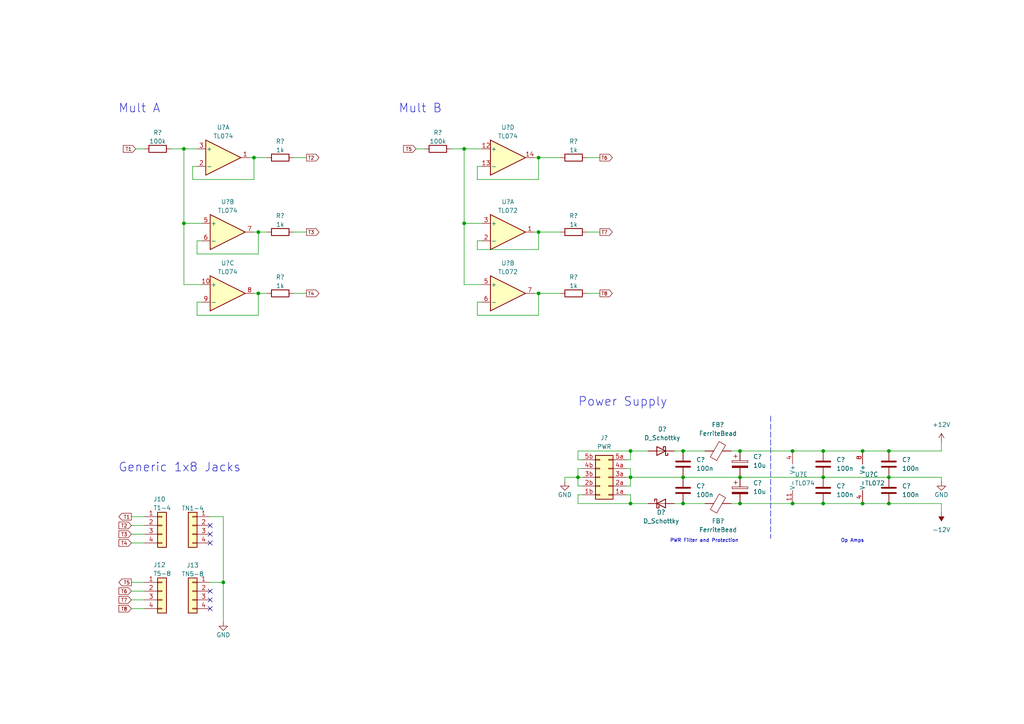
<source format=kicad_sch>
(kicad_sch (version 20211123) (generator eeschema)
  (paper "A4")
  (title_block (title "one4all Buffered Mult") (date "2023-01-08") (rev "1") (company "moPsy"))
  (lib_symbols
    (symbol "Amplifier_Operational:TL072" (pin_names (offset 0.127))
      (property "Reference" "U" (at 0 5.08 0))
      (property "Value" "TL072" (at 0 -5.08 0))
      (symbol "TL072_1_1"
        (polyline (pts (xy -5.08 5.08) (xy 5.08 0) (xy -5.08 -5.08) (xy -5.08 5.08)) (stroke (width 0.254)) (fill (type background)))
        (pin output line (at 7.62 0 180) (length 2.54) (name "~") (number "1"))
        (pin input line (at -7.62 -2.54 0) (length 2.54) (name "-") (number "2"))
        (pin input line (at -7.62 2.54 0) (length 2.54) (name "+") (number "3"))
      )
      (symbol "TL072_2_1"
        (polyline (pts (xy -5.08 5.08) (xy 5.08 0) (xy -5.08 -5.08) (xy -5.08 5.08)) (stroke (width 0.254)) (fill (type background)))
        (pin input line (at -7.62 2.54 0) (length 2.54) (name "+") (number "5"))
        (pin input line (at -7.62 -2.54 0) (length 2.54) (name "-") (number "6"))
        (pin output line (at 7.62 0 180) (length 2.54) (name "~") (number "7"))
      )
      (symbol "TL072_3_1"
        (pin power_in line (at -2.54 -7.62 90) (length 3.81) (name "V-") (number "4"))
        (pin power_in line (at -2.54 7.62 270) (length 3.81) (name "V+") (number "8"))
      )
    )
    (symbol "Amplifier_Operational:TL074" (pin_names (offset 0.127))
      (property "Reference" "U" (at 0 5.08 0))
      (property "Value" "TL074" (at 0 -5.08 0))
      (symbol "TL074_1_1"
        (polyline (pts (xy -5.08 5.08) (xy 5.08 0) (xy -5.08 -5.08) (xy -5.08 5.08)) (stroke (width 0.254)) (fill (type background)))
        (pin output line (at 7.62 0 180) (length 2.54) (name "~") (number "1"))
        (pin input line (at -7.62 -2.54 0) (length 2.54) (name "-") (number "2"))
        (pin input line (at -7.62 2.54 0) (length 2.54) (name "+") (number "3"))
      )
      (symbol "TL074_2_1"
        (polyline (pts (xy -5.08 5.08) (xy 5.08 0) (xy -5.08 -5.08) (xy -5.08 5.08)) (stroke (width 0.254)) (fill (type background)))
        (pin input line (at -7.62 2.54 0) (length 2.54) (name "+") (number "5"))
        (pin input line (at -7.62 -2.54 0) (length 2.54) (name "-") (number "6"))
        (pin output line (at 7.62 0 180) (length 2.54) (name "~") (number "7"))
      )
      (symbol "TL074_3_1"
        (polyline (pts (xy -5.08 5.08) (xy 5.08 0) (xy -5.08 -5.08) (xy -5.08 5.08)) (stroke (width 0.254)) (fill (type background)))
        (pin input line (at -7.62 2.54 0) (length 2.54) (name "+") (number "10"))
        (pin output line (at 7.62 0 180) (length 2.54) (name "~") (number "8"))
        (pin input line (at -7.62 -2.54 0) (length 2.54) (name "-") (number "9"))
      )
      (symbol "TL074_4_1"
        (polyline (pts (xy -5.08 5.08) (xy 5.08 0) (xy -5.08 -5.08) (xy -5.08 5.08)) (stroke (width 0.254)) (fill (type background)))
        (pin input line (at -7.62 2.54 0) (length 2.54) (name "+") (number "12"))
        (pin input line (at -7.62 -2.54 0) (length 2.54) (name "-") (number "13"))
        (pin output line (at 7.62 0 180) (length 2.54) (name "~") (number "14"))
      )
      (symbol "TL074_5_1"
        (pin power_in line (at -2.54 -7.62 90) (length 3.81) (name "V-") (number "11"))
        (pin power_in line (at -2.54 7.62 270) (length 3.81) (name "V+") (number "4"))
      )
    )
    (symbol "Connector_Generic:Conn_01x04" (pin_names (offset 1.016) hide)
      (property "Reference" "J" (at 0 5.08 0))
      (property "Value" "Conn_01x04" (at 0 -7.62 0))
      (symbol "Conn_01x04_1_1"
        (rectangle (start -1.27 -4.953) (end 0 -5.207) (stroke (width 0.1524)))
        (rectangle (start -1.27 -2.413) (end 0 -2.667) (stroke (width 0.1524)))
        (rectangle (start -1.27 0.127) (end 0 -0.127) (stroke (width 0.1524)))
        (rectangle (start -1.27 2.667) (end 0 2.413) (stroke (width 0.1524)))
        (rectangle (start -1.27 3.81) (end 1.27 -6.35) (stroke (width 0.254)) (fill (type background)))
        (pin passive line (at -5.08 2.54 0) (length 3.81) (name "Pin_1") (number "1"))
        (pin passive line (at -5.08 0 0) (length 3.81) (name "Pin_2") (number "2"))
        (pin passive line (at -5.08 -2.54 0) (length 3.81) (name "Pin_3") (number "3"))
        (pin passive line (at -5.08 -5.08 0) (length 3.81) (name "Pin_4") (number "4"))
      )
    )
    (symbol "Connector_Generic:Conn_02x05_Row_Letter_Last" (pin_names (offset 1.016) hide)
      (property "Reference" "J" (at 1.27 7.62 0))
      (property "Value" "Conn_02x05_Row_Letter_Last" (at 1.27 -7.62 0))
      (symbol "Conn_02x05_Row_Letter_Last_1_1"
        (rectangle (start -1.27 -4.953) (end 0 -5.207) (stroke (width 0.1524)))
        (rectangle (start -1.27 -2.413) (end 0 -2.667) (stroke (width 0.1524)))
        (rectangle (start -1.27 0.127) (end 0 -0.127) (stroke (width 0.1524)))
        (rectangle (start -1.27 2.667) (end 0 2.413) (stroke (width 0.1524)))
        (rectangle (start -1.27 5.207) (end 0 4.953) (stroke (width 0.1524)))
        (rectangle (start -1.27 6.35) (end 3.81 -6.35) (stroke (width 0.254)) (fill (type background)))
        (rectangle (start 3.81 -4.953) (end 2.54 -5.207) (stroke (width 0.1524)))
        (rectangle (start 3.81 -2.413) (end 2.54 -2.667) (stroke (width 0.1524)))
        (rectangle (start 3.81 0.127) (end 2.54 -0.127) (stroke (width 0.1524)))
        (rectangle (start 3.81 2.667) (end 2.54 2.413) (stroke (width 0.1524)))
        (rectangle (start 3.81 5.207) (end 2.54 4.953) (stroke (width 0.1524)))
        (pin passive line (at -5.08 5.08 0) (length 3.81) (name "Pin_1a") (number "1a"))
        (pin passive line (at 7.62 5.08 180) (length 3.81) (name "Pin_1b") (number "1b"))
        (pin passive line (at -5.08 2.54 0) (length 3.81) (name "Pin_2a") (number "2a"))
        (pin passive line (at 7.62 2.54 180) (length 3.81) (name "Pin_2b") (number "2b"))
        (pin passive line (at -5.08 0 0) (length 3.81) (name "Pin_3a") (number "3a"))
        (pin passive line (at 7.62 0 180) (length 3.81) (name "Pin_3b") (number "3b"))
        (pin passive line (at -5.08 -2.54 0) (length 3.81) (name "Pin_4a") (number "4a"))
        (pin passive line (at 7.62 -2.54 180) (length 3.81) (name "Pin_4b") (number "4b"))
        (pin passive line (at -5.08 -5.08 0) (length 3.81) (name "Pin_5a") (number "5a"))
        (pin passive line (at 7.62 -5.08 180) (length 3.81) (name "Pin_5b") (number "5b"))
      )
    )
    (symbol "Device:C" (pin_numbers hide) (pin_names (offset 0.254))
      (property "Reference" "C" (at 0.635 2.54 0))
      (property "Value" "C" (at 0.635 -2.54 0))
      (symbol "C_0_1"
        (polyline (pts (xy -2.032 -0.762) (xy 2.032 -0.762)) (stroke (width 0.508)))
        (polyline (pts (xy -2.032 0.762) (xy 2.032 0.762)) (stroke (width 0.508)))
      )
      (symbol "C_1_1"
        (pin passive line (at 0 3.81 270) (length 2.794) (name "~") (number "1"))
        (pin passive line (at 0 -3.81 90) (length 2.794) (name "~") (number "2"))
      )
    )
    (symbol "Device:C_Polarized" (pin_numbers hide) (pin_names (offset 0.254))
      (property "Reference" "C" (at 0.635 2.54 0))
      (property "Value" "C_Polarized" (at 0.635 -2.54 0))
      (symbol "C_Polarized_0_1"
        (rectangle (start -2.286 0.508) (end 2.286 1.016))
        (polyline (pts (xy -1.778 2.286) (xy -0.762 2.286)))
        (polyline (pts (xy -1.27 2.794) (xy -1.27 1.778)))
        (rectangle (start 2.286 -0.508) (end -2.286 -1.016) (fill (type outline)))
      )
      (symbol "C_Polarized_1_1"
        (pin passive line (at 0 3.81 270) (length 2.794) (name "~") (number "1"))
        (pin passive line (at 0 -3.81 90) (length 2.794) (name "~") (number "2"))
      )
    )
    (symbol "Device:D_Schottky" (pin_numbers hide) (pin_names (offset 1.016) hide)
      (property "Reference" "D" (at 0 2.54 0))
      (property "Value" "D_Schottky" (at 0 -2.54 0))
      (symbol "D_Schottky_0_1"
        (polyline (pts (xy 1.27 0) (xy -1.27 0)))
        (polyline (pts (xy 1.27 1.27) (xy 1.27 -1.27) (xy -1.27 0) (xy 1.27 1.27)) (stroke (width 0.254)))
        (polyline (pts (xy -1.905 0.635) (xy -1.905 1.27) (xy -1.27 1.27) (xy -1.27 -1.27) (xy -0.635 -1.27) (xy -0.635 -0.635)) (stroke (width 0.254)))
      )
      (symbol "D_Schottky_1_1"
        (pin passive line (at -3.81 0 0) (length 2.54) (name "K") (number "1"))
        (pin passive line (at 3.81 0 180) (length 2.54) (name "A") (number "2"))
      )
    )
    (symbol "Device:FerriteBead" (pin_numbers hide) (pin_names (offset 0))
      (property "Reference" "FB" (at -3.81 0.635 90))
      (property "Value" "FerriteBead" (at 3.81 0 90))
      (symbol "FerriteBead_0_1"
        (polyline (pts (xy 0 -1.27) (xy 0 -1.2192)))
        (polyline (pts (xy 0 1.27) (xy 0 1.2954)))
        (polyline (pts (xy -2.7686 0.4064) (xy -1.7018 2.2606) (xy 2.7686 -0.3048) (xy 1.6764 -2.159) (xy -2.7686 0.4064)))
      )
      (symbol "FerriteBead_1_1"
        (pin passive line (at 0 3.81 270) (length 2.54) (name "~") (number "1"))
        (pin passive line (at 0 -3.81 90) (length 2.54) (name "~") (number "2"))
      )
    )
    (symbol "Device:R" (pin_numbers hide) (pin_names (offset 0))
      (property "Reference" "R" (at 2.032 0 90))
      (property "Value" "R" (at 0 0 90))
      (symbol "R_0_1"
        (rectangle (start -1.016 -2.54) (end 1.016 2.54) (stroke (width 0.254)))
      )
      (symbol "R_1_1"
        (pin passive line (at 0 3.81 270) (length 1.27) (name "~") (number "1"))
        (pin passive line (at 0 -3.81 90) (length 1.27) (name "~") (number "2"))
      )
    )
    (symbol "power:+12V" (power) (pin_names (offset 0))
      (property "Value" "+12V" (at 0 3.556 0))
      (symbol "+12V_0_1"
        (polyline (pts (xy -0.762 1.27) (xy 0 2.54)))
        (polyline (pts (xy 0 0) (xy 0 2.54)))
        (polyline (pts (xy 0 2.54) (xy 0.762 1.27)))
      )
      (symbol "+12V_1_1"
        (pin power_in line (at 0 0 90) (length 0) hide (name "+12V") (number "1"))
      )
    )
    (symbol "power:-12V" (power) (pin_names (offset 0))
      (property "Value" "-12V" (at 0 3.81 0))
      (symbol "-12V_0_0"
        (pin power_in line (at 0 0 90) (length 0) hide (name "-12V") (number "1"))
      )
      (symbol "-12V_0_1"
        (polyline (pts (xy 0 0) (xy 0 1.27) (xy 0.762 1.27) (xy 0 2.54) (xy -0.762 1.27) (xy 0 1.27)) (fill (type outline)))
      )
    )
    (symbol "power:GND" (power) (pin_names (offset 0))
      (property "Value" "GND" (at 0 -3.81 0))
      (symbol "GND_0_1"
        (polyline (pts (xy 0 0) (xy 0 -1.27) (xy 1.27 -1.27) (xy 0 -2.54) (xy -1.27 -1.27) (xy 0 -1.27)))
      )
      (symbol "GND_1_1"
        (pin power_in line (at 0 0 270) (length 0) hide (name "GND") (number "1"))
      )
    )
  )
  (junction (at 214.63 130.81))
  (junction (at 198.12 130.81))
  (junction (at 156.21 67.31))
  (junction (at 167.64 138.43))
  (junction (at 229.87 146.05))
  (junction (at 74.93 67.31))
  (junction (at 156.21 45.72))
  (junction (at 182.88 138.43))
  (junction (at 53.34 43.18))
  (junction (at 182.88 146.05))
  (junction (at 198.12 146.05))
  (junction (at 238.76 138.43))
  (junction (at 74.93 85.09))
  (junction (at 64.77 168.91))
  (junction (at 257.81 130.81))
  (junction (at 238.76 130.81))
  (junction (at 156.21 85.09))
  (junction (at 250.19 130.81))
  (junction (at 134.62 64.77))
  (junction (at 238.76 146.05))
  (junction (at 73.66 45.72))
  (junction (at 257.81 146.05))
  (junction (at 214.63 146.05))
  (junction (at 53.34 64.77))
  (junction (at 182.88 130.81))
  (junction (at 250.19 146.05))
  (junction (at 257.81 138.43))
  (junction (at 198.12 138.43))
  (junction (at 214.63 138.43))
  (junction (at 134.62 43.18))
  (junction (at 229.87 130.81))
  (no_connect (at 60.96 173.99))
  (no_connect (at 60.96 176.53))
  (no_connect (at 60.96 154.94))
  (no_connect (at 60.96 157.48))
  (no_connect (at 60.96 152.4))
  (no_connect (at 60.96 171.45))
  (wire (pts (xy 74.93 67.31) (xy 77.47 67.31)))
  (wire (pts (xy 195.58 130.81) (xy 198.12 130.81)))
  (wire (pts (xy 181.61 140.97) (xy 182.88 140.97)))
  (wire (pts (xy 57.15 91.44) (xy 74.93 91.44)))
  (wire (pts (xy 229.87 130.81) (xy 238.76 130.81)))
  (wire (pts (xy 238.76 146.05) (xy 250.19 146.05)))
  (wire (pts (xy 138.43 91.44) (xy 156.21 91.44)))
  (wire (pts (xy 57.15 73.66) (xy 74.93 73.66)))
  (wire (pts (xy 182.88 135.89) (xy 182.88 138.43)))
  (wire (pts (xy 120.65 43.18) (xy 123.19 43.18)))
  (wire (pts (xy 198.12 146.05) (xy 204.47 146.05)))
  (wire (pts (xy 154.94 85.09) (xy 156.21 85.09)))
  (wire (pts (xy 138.43 69.85) (xy 138.43 72.39)))
  (wire (pts (xy 198.12 138.43) (xy 214.63 138.43)))
  (wire (pts (xy 214.63 130.81) (xy 229.87 130.81)))
  (wire (pts (xy 170.18 85.09) (xy 173.99 85.09)))
  (wire (pts (xy 182.88 138.43) (xy 198.12 138.43)))
  (wire (pts (xy 168.91 143.51) (xy 167.64 143.51)))
  (wire (pts (xy 181.61 143.51) (xy 182.88 143.51)))
  (wire (pts (xy 55.88 48.26) (xy 55.88 52.07)))
  (wire (pts (xy 58.42 64.77) (xy 53.34 64.77)))
  (wire (pts (xy 167.64 140.97) (xy 168.91 140.97)))
  (wire (pts (xy 38.1 171.45) (xy 41.91 171.45)))
  (wire (pts (xy 250.19 130.81) (xy 257.81 130.81)))
  (wire (pts (xy 182.88 143.51) (xy 182.88 146.05)))
  (wire (pts (xy 72.39 45.72) (xy 73.66 45.72)))
  (wire (pts (xy 73.66 45.72) (xy 77.47 45.72)))
  (wire (pts (xy 138.43 72.39) (xy 156.21 72.39)))
  (wire (pts (xy 60.96 149.86) (xy 64.77 149.86)))
  (wire (pts (xy 156.21 72.39) (xy 156.21 67.31)))
  (wire (pts (xy 85.09 45.72) (xy 88.9 45.72)))
  (wire (pts (xy 156.21 67.31) (xy 162.56 67.31)))
  (wire (pts (xy 39.37 43.18) (xy 41.91 43.18)))
  (wire (pts (xy 156.21 45.72) (xy 162.56 45.72)))
  (wire (pts (xy 273.05 148.59) (xy 273.05 146.05)))
  (wire (pts (xy 139.7 69.85) (xy 138.43 69.85)))
  (wire (pts (xy 74.93 73.66) (xy 74.93 67.31)))
  (wire (pts (xy 49.53 43.18) (xy 53.34 43.18)))
  (wire (pts (xy 73.66 67.31) (xy 74.93 67.31)))
  (wire (pts (xy 238.76 138.43) (xy 257.81 138.43)))
  (wire (pts (xy 53.34 43.18) (xy 57.15 43.18)))
  (wire (pts (xy 273.05 139.7) (xy 273.05 138.43)))
  (wire (pts (xy 58.42 87.63) (xy 57.15 87.63)))
  (wire (pts (xy 167.64 133.35) (xy 168.91 133.35)))
  (wire (pts (xy 257.81 130.81) (xy 273.05 130.81)))
  (wire (pts (xy 181.61 135.89) (xy 182.88 135.89)))
  (wire (pts (xy 85.09 67.31) (xy 88.9 67.31)))
  (wire (pts (xy 57.15 87.63) (xy 57.15 91.44)))
  (wire (pts (xy 181.61 133.35) (xy 182.88 133.35)))
  (wire (pts (xy 134.62 43.18) (xy 139.7 43.18)))
  (wire (pts (xy 156.21 85.09) (xy 162.56 85.09)))
  (wire (pts (xy 167.64 138.43) (xy 168.91 138.43)))
  (wire (pts (xy 53.34 43.18) (xy 53.34 64.77)))
  (wire (pts (xy 55.88 52.07) (xy 73.66 52.07)))
  (wire (pts (xy 38.1 157.48) (xy 41.91 157.48)))
  (wire (pts (xy 154.94 67.31) (xy 156.21 67.31)))
  (wire (pts (xy 212.09 146.05) (xy 214.63 146.05)))
  (wire (pts (xy 38.1 176.53) (xy 41.91 176.53)))
  (wire (pts (xy 170.18 67.31) (xy 173.99 67.31)))
  (wire (pts (xy 139.7 87.63) (xy 138.43 87.63)))
  (wire (pts (xy 74.93 85.09) (xy 77.47 85.09)))
  (wire (pts (xy 187.96 146.05) (xy 182.88 146.05)))
  (wire (pts (xy 257.81 146.05) (xy 273.05 146.05)))
  (wire (pts (xy 238.76 130.81) (xy 250.19 130.81)))
  (wire (pts (xy 250.19 146.05) (xy 257.81 146.05)))
  (wire (pts (xy 139.7 48.26) (xy 138.43 48.26)))
  (wire (pts (xy 134.62 82.55) (xy 139.7 82.55)))
  (wire (pts (xy 214.63 138.43) (xy 238.76 138.43)))
  (wire (pts (xy 212.09 130.81) (xy 214.63 130.81)))
  (polyline (pts (xy 223.52 120.65) (xy 223.52 156.21)))
  (wire (pts (xy 198.12 130.81) (xy 204.47 130.81)))
  (wire (pts (xy 167.64 138.43) (xy 167.64 140.97)))
  (wire (pts (xy 74.93 85.09) (xy 74.93 91.44)))
  (wire (pts (xy 214.63 146.05) (xy 229.87 146.05)))
  (wire (pts (xy 60.96 168.91) (xy 64.77 168.91)))
  (wire (pts (xy 134.62 64.77) (xy 134.62 82.55)))
  (wire (pts (xy 73.66 52.07) (xy 73.66 45.72)))
  (wire (pts (xy 57.15 48.26) (xy 55.88 48.26)))
  (wire (pts (xy 57.15 69.85) (xy 57.15 73.66)))
  (wire (pts (xy 138.43 52.07) (xy 156.21 52.07)))
  (wire (pts (xy 170.18 45.72) (xy 173.99 45.72)))
  (wire (pts (xy 138.43 87.63) (xy 138.43 91.44)))
  (wire (pts (xy 73.66 85.09) (xy 74.93 85.09)))
  (wire (pts (xy 38.1 173.99) (xy 41.91 173.99)))
  (wire (pts (xy 38.1 154.94) (xy 41.91 154.94)))
  (wire (pts (xy 167.64 146.05) (xy 182.88 146.05)))
  (wire (pts (xy 257.81 138.43) (xy 273.05 138.43)))
  (wire (pts (xy 138.43 48.26) (xy 138.43 52.07)))
  (wire (pts (xy 38.1 149.86) (xy 41.91 149.86)))
  (wire (pts (xy 182.88 138.43) (xy 182.88 140.97)))
  (wire (pts (xy 167.64 133.35) (xy 167.64 130.81)))
  (wire (pts (xy 156.21 52.07) (xy 156.21 45.72)))
  (wire (pts (xy 134.62 43.18) (xy 134.62 64.77)))
  (wire (pts (xy 154.94 45.72) (xy 156.21 45.72)))
  (wire (pts (xy 229.87 146.05) (xy 238.76 146.05)))
  (wire (pts (xy 167.64 143.51) (xy 167.64 146.05)))
  (wire (pts (xy 167.64 130.81) (xy 182.88 130.81)))
  (wire (pts (xy 167.64 135.89) (xy 167.64 138.43)))
  (wire (pts (xy 85.09 85.09) (xy 88.9 85.09)))
  (wire (pts (xy 156.21 91.44) (xy 156.21 85.09)))
  (wire (pts (xy 195.58 146.05) (xy 198.12 146.05)))
  (wire (pts (xy 182.88 130.81) (xy 182.88 133.35)))
  (wire (pts (xy 130.81 43.18) (xy 134.62 43.18)))
  (wire (pts (xy 168.91 135.89) (xy 167.64 135.89)))
  (wire (pts (xy 58.42 69.85) (xy 57.15 69.85)))
  (wire (pts (xy 38.1 152.4) (xy 41.91 152.4)))
  (wire (pts (xy 273.05 128.27) (xy 273.05 130.81)))
  (wire (pts (xy 163.83 139.7) (xy 163.83 138.43)))
  (wire (pts (xy 134.62 64.77) (xy 139.7 64.77)))
  (wire (pts (xy 53.34 64.77) (xy 53.34 82.55)))
  (wire (pts (xy 163.83 138.43) (xy 167.64 138.43)))
  (wire (pts (xy 181.61 138.43) (xy 182.88 138.43)))
  (wire (pts (xy 58.42 82.55) (xy 53.34 82.55)))
  (wire (pts (xy 38.1 168.91) (xy 41.91 168.91)))
  (wire (pts (xy 64.77 168.91) (xy 64.77 180.34)))
  (wire (pts (xy 187.96 130.81) (xy 182.88 130.81)))
  (wire (pts (xy 64.77 149.86) (xy 64.77 168.91)))
  (text "PWR Filter and Protection\n" (at 194.31 157.48 0) (effects (font (size 1 1)) (justify left bottom)))
  (text "Mult A" (at 34.29 33.02 0) (effects (font (size 2.54 2.54)) (justify left bottom)))
  (text "Mult B" (at 115.57 33.02 0) (effects (font (size 2.54 2.54)) (justify left bottom)))
  (text "Generic 1x8 Jacks" (at 34.29 137.16 0) (effects (font (size 2.54 2.54)) (justify left bottom)))
  (text "Power Supply" (at 167.64 118.11 0) (effects (font (size 2.54 2.54)) (justify left bottom)))
  (text "Op Amps" (at 243.84 157.48 0) (effects (font (size 1 1)) (justify left bottom)))
  (global_label "T3" (shape output) (at 88.9 67.31 0) (effects (font (size 1 1))) (property "Intersheet References" "${INTERSHEET_REFS}" (effects hide)))
  (global_label "T4" (shape input) (at 38.1 157.48 180) (effects (font (size 1 1))) (property "Intersheet References" "${INTERSHEET_REFS}" (effects hide)))
  (global_label "T5" (shape output) (at 38.1 168.91 180) (effects (font (size 1 1))) (property "Intersheet References" "${INTERSHEET_REFS}" (effects hide)))
  (global_label "T7" (shape output) (at 173.99 67.31 0) (effects (font (size 1 1))) (property "Intersheet References" "${INTERSHEET_REFS}" (effects hide)))
  (global_label "T7" (shape input) (at 38.1 173.99 180) (effects (font (size 1 1))) (property "Intersheet References" "${INTERSHEET_REFS}" (effects hide)))
  (global_label "T8" (shape input) (at 38.1 176.53 180) (effects (font (size 1 1))) (property "Intersheet References" "${INTERSHEET_REFS}" (effects hide)))
  (global_label "T4" (shape output) (at 88.9 85.09 0) (effects (font (size 1 1))) (property "Intersheet References" "${INTERSHEET_REFS}" (effects hide)))
  (global_label "T8" (shape output) (at 173.99 85.09 0) (effects (font (size 1 1))) (property "Intersheet References" "${INTERSHEET_REFS}" (effects hide)))
  (global_label "T3" (shape input) (at 38.1 154.94 180) (effects (font (size 1 1))) (property "Intersheet References" "${INTERSHEET_REFS}" (effects hide)))
  (global_label "T1" (shape input) (at 39.37 43.18 180) (effects (font (size 1 1))) (property "Intersheet References" "${INTERSHEET_REFS}" (effects hide)))
  (global_label "T2" (shape input) (at 38.1 152.4 180) (effects (font (size 1 1))) (property "Intersheet References" "${INTERSHEET_REFS}" (effects hide)))
  (global_label "T6" (shape input) (at 38.1 171.45 180) (effects (font (size 1 1))) (property "Intersheet References" "${INTERSHEET_REFS}" (effects hide)))
  (global_label "T2" (shape output) (at 88.9 45.72 0) (effects (font (size 1 1))) (property "Intersheet References" "${INTERSHEET_REFS}" (effects hide)))
  (global_label "T1" (shape output) (at 38.1 149.86 180) (effects (font (size 1 1))) (property "Intersheet References" "${INTERSHEET_REFS}" (effects hide)))
  (global_label "T6" (shape output) (at 173.99 45.72 0) (effects (font (size 1 1))) (property "Intersheet References" "${INTERSHEET_REFS}" (effects hide)))
  (global_label "T5" (shape input) (at 120.65 43.18 180) (effects (font (size 1 1))) (property "Intersheet References" "${INTERSHEET_REFS}" (effects hide)))
  (symbol (lib_id "Device:C") (at 198.12 134.62 0) (unit 1)
    (property "Reference" "C?" (at 201.93 133.3499 0) (effects (justify left)))
    (property "Value" "100n" (at 201.93 135.8899 0) (effects (justify left)))
  )
  (symbol (lib_id "Device:C") (at 238.76 134.62 0) (unit 1)
    (property "Reference" "C?" (at 242.57 133.3499 0) (effects (justify left)))
    (property "Value" "100n" (at 242.57 135.8899 0) (effects (justify left)))
  )
  (symbol (lib_id "Device:R") (at 81.28 67.31 90) (unit 1)
    (property "Reference" "R?" (at 81.28 62.5942 90))
    (property "Value" "1k" (at 81.28 65.1311 90))
    (property "Footprint" "Resistor_THT:R_Axial_DIN0207_L6.3mm_D2.5mm_P7.62mm_Horizontal" (effects hide))
  )
  (symbol (lib_id "Device:C") (at 257.81 134.62 0) (unit 1)
    (property "Reference" "C?" (at 261.62 133.3499 0) (effects (justify left)))
    (property "Value" "100n" (at 261.62 135.8899 0) (effects (justify left)))
  )
  (symbol (lib_id "Amplifier_Operational:TL074") (at 147.32 45.72 0) (unit 4)
    (property "Reference" "U?" (at 147.32 36.9402 0))
    (property "Value" "TL074" (at 147.32 39.4771 0))
    (property "Datasheet" "http://www.ti.com/lit/ds/symlink/tl071.pdf" (effects hide))
  )
  (symbol (lib_id "Device:C") (at 257.81 142.24 0) (unit 1)
    (property "Reference" "C?" (at 261.62 140.9699 0) (effects (justify left)))
    (property "Value" "100n" (at 261.62 143.5099 0) (effects (justify left)))
  )
  (symbol (lib_id "Connector_Generic:Conn_01x04") (at 55.88 171.45 0) (mirror y) (unit 1)
    (property "Reference" "J13" (at 55.88 163.9402 0))
    (property "Value" "TN5-8" (at 55.88 166.4771 0))
    (property "Footprint" "Connector_PinHeader_2.54mm:PinHeader_1x04_P2.54mm_Vertical" (effects hide))
  )
  (symbol (lib_id "Amplifier_Operational:TL074") (at 232.41 138.43 0) (unit 5)
    (property "Reference" "U?" (at 230.505 137.5953 0) (effects (justify left)))
    (property "Value" "TL074" (at 230.505 140.1322 0) (effects (justify left)))
    (property "Datasheet" "http://www.ti.com/lit/ds/symlink/tl071.pdf" (effects hide))
  )
  (symbol (lib_id "Connector_Generic:Conn_01x04") (at 46.99 152.4 0) (unit 1)
    (property "Reference" "J10" (at 44.45 144.7831 0) (effects (justify left)))
    (property "Value" "T1-4" (at 44.45 147.32 0) (effects (justify left)))
    (property "Footprint" "Connector_PinHeader_2.54mm:PinHeader_1x04_P2.54mm_Vertical" (effects hide))
  )
  (symbol (lib_id "Amplifier_Operational:TL074") (at 66.04 67.31 0) (unit 2)
    (property "Reference" "U?" (at 66.04 58.5302 0))
    (property "Value" "TL074" (at 66.04 61.0671 0))
    (property "Datasheet" "http://www.ti.com/lit/ds/symlink/tl071.pdf" (effects hide))
  )
  (symbol (lib_id "Device:D_Schottky") (at 191.77 130.81 180) (unit 1)
    (property "Reference" "D?" (at 192.0875 124.46 0))
    (property "Value" "D_Schottky" (at 192.0875 127 0))
  )
  (symbol (lib_id "Amplifier_Operational:TL074") (at 64.77 45.72 0) (unit 1)
    (property "Reference" "U?" (at 64.77 36.9402 0))
    (property "Value" "TL074" (at 64.77 39.4771 0))
    (property "Datasheet" "http://www.ti.com/lit/ds/symlink/tl071.pdf" (effects hide))
  )
  (symbol (lib_id "power:-12V") (at 273.05 148.59 180) (unit 1)
    (property "Reference" "#PWR?" (effects hide))
    (property "Value" "-12V" (at 273.05 153.67 0))
  )
  (symbol (lib_id "Device:C_Polarized") (at 214.63 142.24 0) (unit 1)
    (property "Reference" "C?" (at 218.44 140.0809 0) (effects (justify left)))
    (property "Value" "10u" (at 218.44 142.6209 0) (effects (justify left)))
  )
  (symbol (lib_id "Device:FerriteBead") (at 208.28 146.05 90) (unit 1)
    (property "Reference" "FB?" (at 208.28 151.13 90))
    (property "Value" "FerriteBead" (at 208.28 153.67 90))
  )
  (symbol (lib_id "Connector_Generic:Conn_01x04") (at 55.88 152.4 0) (mirror y) (unit 1)
    (property "Reference" "J11" (at 55.88 144.8902 0) (effects (font (size 0 0))))
    (property "Value" "TN1-4" (at 55.88 147.4271 0))
    (property "Footprint" "Connector_PinHeader_2.54mm:PinHeader_1x04_P2.54mm_Vertical" (effects hide))
  )
  (symbol (lib_id "Device:R") (at 166.37 85.09 90) (unit 1)
    (property "Reference" "R?" (at 166.37 80.3742 90))
    (property "Value" "1k" (at 166.37 82.9111 90))
    (property "Footprint" "Resistor_THT:R_Axial_DIN0207_L6.3mm_D2.5mm_P7.62mm_Horizontal" (effects hide))
  )
  (symbol (lib_id "Amplifier_Operational:TL072") (at 252.73 138.43 0) (unit 3)
    (property "Reference" "U?" (at 250.825 137.5953 0) (effects (justify left)))
    (property "Value" "TL072" (at 250.825 140.1322 0) (effects (justify left)))
    (property "Datasheet" "http://www.ti.com/lit/ds/symlink/tl071.pdf" (effects hide))
  )
  (symbol (lib_id "power:GND") (at 273.05 139.7 0) (unit 1)
    (property "Reference" "#PWR?" (effects hide))
    (property "Value" "GND" (at 273.05 143.51 0))
  )
  (symbol (lib_id "Device:R") (at 166.37 45.72 90) (unit 1)
    (property "Reference" "R?" (at 166.37 41.0042 90))
    (property "Value" "1k" (at 166.37 43.5411 90))
    (property "Footprint" "Resistor_THT:R_Axial_DIN0207_L6.3mm_D2.5mm_P7.62mm_Horizontal" (effects hide))
  )
  (symbol (lib_id "Device:R") (at 45.72 43.18 90) (unit 1)
    (property "Reference" "R?" (at 45.72 38.4642 90))
    (property "Value" "100k" (at 45.72 41.0011 90))
    (property "Footprint" "Resistor_THT:R_Axial_DIN0207_L6.3mm_D2.5mm_P7.62mm_Horizontal" (effects hide))
  )
  (symbol (lib_id "power:GND") (at 64.77 180.34 0) (unit 1)
    (property "Reference" "#PWR?" (effects hide))
    (property "Value" "GND" (at 64.77 184.15 0))
  )
  (symbol (lib_id "Amplifier_Operational:TL074") (at 66.04 85.09 0) (unit 3)
    (property "Reference" "U?" (at 66.04 76.3102 0))
    (property "Value" "TL074" (at 66.04 78.8471 0))
    (property "Datasheet" "http://www.ti.com/lit/ds/symlink/tl071.pdf" (effects hide))
  )
  (symbol (lib_id "Device:R") (at 127 43.18 90) (unit 1)
    (property "Reference" "R?" (at 127 38.4642 90))
    (property "Value" "100k" (at 127 41.0011 90))
    (property "Footprint" "Resistor_THT:R_Axial_DIN0207_L6.3mm_D2.5mm_P7.62mm_Horizontal" (effects hide))
  )
  (symbol (lib_id "Device:C") (at 198.12 142.24 0) (unit 1)
    (property "Reference" "C?" (at 201.93 140.9699 0) (effects (justify left)))
    (property "Value" "100n" (at 201.93 143.5099 0) (effects (justify left)))
  )
  (symbol (lib_id "Amplifier_Operational:TL072") (at 147.32 67.31 0) (unit 1)
    (property "Reference" "U?" (at 147.32 58.5302 0))
    (property "Value" "TL072" (at 147.32 61.0671 0))
    (property "Datasheet" "http://www.ti.com/lit/ds/symlink/tl071.pdf" (effects hide))
  )
  (symbol (lib_id "Device:R") (at 166.37 67.31 90) (unit 1)
    (property "Reference" "R?" (at 166.37 62.5942 90))
    (property "Value" "1k" (at 166.37 65.1311 90))
    (property "Footprint" "Resistor_THT:R_Axial_DIN0207_L6.3mm_D2.5mm_P7.62mm_Horizontal" (effects hide))
  )
  (symbol (lib_id "Device:FerriteBead") (at 208.28 130.81 90) (unit 1)
    (property "Reference" "FB?" (at 208.2292 123.19 90))
    (property "Value" "FerriteBead" (at 208.2292 125.73 90))
  )
  (symbol (lib_id "Connector_Generic:Conn_02x05_Row_Letter_Last") (at 176.53 138.43 180) (unit 1)
    (property "Reference" "J?" (at 175.26 127 0))
    (property "Value" "PWR" (at 175.26 129.54 0))
  )
  (symbol (lib_id "power:+12V") (at 273.05 128.27 0) (unit 1)
    (property "Reference" "#PWR?" (effects hide))
    (property "Value" "+12V" (at 273.05 123.19 0))
  )
  (symbol (lib_id "Device:C") (at 238.76 142.24 0) (unit 1)
    (property "Reference" "C?" (at 242.57 140.9699 0) (effects (justify left)))
    (property "Value" "100n" (at 242.57 143.5099 0) (effects (justify left)))
  )
  (symbol (lib_id "Device:R") (at 81.28 85.09 90) (unit 1)
    (property "Reference" "R?" (at 81.28 80.3742 90))
    (property "Value" "1k" (at 81.28 82.9111 90))
    (property "Footprint" "Resistor_THT:R_Axial_DIN0207_L6.3mm_D2.5mm_P7.62mm_Horizontal" (effects hide))
  )
  (symbol (lib_id "Connector_Generic:Conn_01x04") (at 46.99 171.45 0) (unit 1)
    (property "Reference" "J12" (at 44.45 163.8331 0) (effects (justify left)))
    (property "Value" "T5-8" (at 44.45 166.37 0) (effects (justify left)))
    (property "Footprint" "Connector_PinHeader_2.54mm:PinHeader_1x04_P2.54mm_Vertical" (effects hide))
  )
  (symbol (lib_id "Device:D_Schottky") (at 191.77 146.05 0) (unit 1)
    (property "Reference" "D?" (at 191.77 148.59 0))
    (property "Value" "D_Schottky" (at 191.77 151.13 0))
  )
  (symbol (lib_id "Amplifier_Operational:TL072") (at 147.32 85.09 0) (unit 2)
    (property "Reference" "U?" (at 147.32 76.3102 0))
    (property "Value" "TL072" (at 147.32 78.8471 0))
    (property "Datasheet" "http://www.ti.com/lit/ds/symlink/tl071.pdf" (effects hide))
  )
  (symbol (lib_id "Device:R") (at 81.28 45.72 90) (unit 1)
    (property "Reference" "R?" (at 81.28 41.0042 90))
    (property "Value" "1k" (at 81.28 43.5411 90))
    (property "Footprint" "Resistor_THT:R_Axial_DIN0207_L6.3mm_D2.5mm_P7.62mm_Horizontal" (effects hide))
  )
  (symbol (lib_id "power:GND") (at 163.83 139.7 0) (unit 1)
    (property "Reference" "#PWR?" (effects hide))
    (property "Value" "GND" (at 163.83 143.51 0))
  )
  (symbol (lib_id "Device:C_Polarized") (at 214.63 134.62 0) (unit 1)
    (property "Reference" "C?" (at 218.44 132.4609 0) (effects (justify left)))
    (property "Value" "10u" (at 218.44 135.0009 0) (effects (justify left)))
  )
)
</source>
